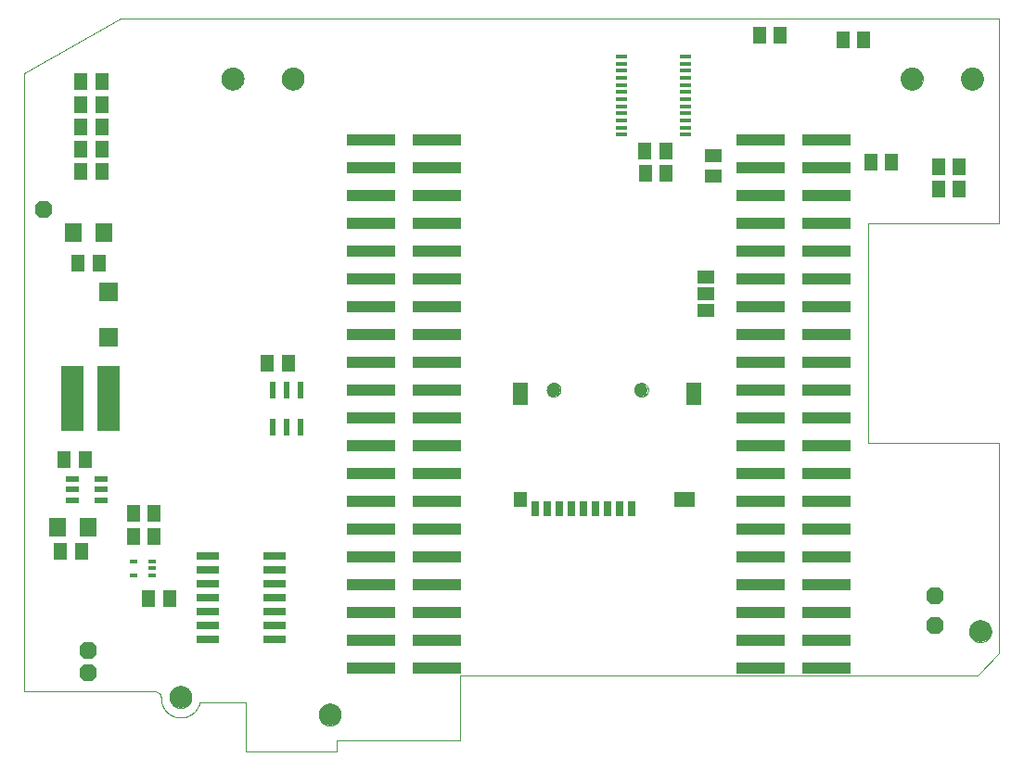
<source format=gbs>
G75*
%MOIN*%
%OFA0B0*%
%FSLAX25Y25*%
%IPPOS*%
%LPD*%
%AMOC8*
5,1,8,0,0,1.08239X$1,22.5*
%
%ADD10C,0.00000*%
%ADD11C,0.07874*%
%ADD12R,0.05118X0.05906*%
%ADD13R,0.06299X0.07087*%
%ADD14R,0.05118X0.06299*%
%ADD15R,0.17717X0.04016*%
%ADD16R,0.02756X0.05512*%
%ADD17R,0.05512X0.07874*%
%ADD18R,0.05039X0.05512*%
%ADD19R,0.07677X0.05512*%
%ADD20C,0.04921*%
%ADD21R,0.07874X0.23622*%
%ADD22R,0.06693X0.07087*%
%ADD23R,0.06300X0.04600*%
%ADD24OC8,0.06300*%
%ADD25R,0.04800X0.02200*%
%ADD26R,0.02087X0.06024*%
%ADD27R,0.02756X0.01575*%
%ADD28R,0.03900X0.01200*%
%ADD29R,0.08000X0.02600*%
%ADD30R,0.06299X0.05118*%
D10*
X0014319Y0022654D02*
X0060973Y0022654D01*
X0060973Y0022653D02*
X0061070Y0022654D01*
X0061168Y0022650D01*
X0061266Y0022643D01*
X0061363Y0022631D01*
X0061459Y0022616D01*
X0061555Y0022597D01*
X0061650Y0022574D01*
X0061744Y0022548D01*
X0061837Y0022517D01*
X0061929Y0022483D01*
X0062019Y0022446D01*
X0062108Y0022404D01*
X0062195Y0022360D01*
X0062280Y0022311D01*
X0062363Y0022260D01*
X0062444Y0022205D01*
X0062523Y0022147D01*
X0062599Y0022086D01*
X0062673Y0022022D01*
X0062744Y0021955D01*
X0062813Y0021885D01*
X0062878Y0021813D01*
X0062941Y0021738D01*
X0063001Y0021660D01*
X0063057Y0021581D01*
X0063111Y0021499D01*
X0063161Y0021415D01*
X0063207Y0021329D01*
X0063250Y0021241D01*
X0063290Y0021152D01*
X0063326Y0021061D01*
X0063358Y0020968D01*
X0063387Y0020875D01*
X0063412Y0020780D01*
X0063433Y0020685D01*
X0066484Y0020685D02*
X0066486Y0020810D01*
X0066492Y0020935D01*
X0066502Y0021059D01*
X0066516Y0021183D01*
X0066533Y0021307D01*
X0066555Y0021430D01*
X0066581Y0021552D01*
X0066610Y0021674D01*
X0066643Y0021794D01*
X0066681Y0021913D01*
X0066721Y0022032D01*
X0066766Y0022148D01*
X0066814Y0022263D01*
X0066866Y0022377D01*
X0066922Y0022489D01*
X0066981Y0022599D01*
X0067043Y0022707D01*
X0067109Y0022814D01*
X0067178Y0022918D01*
X0067251Y0023019D01*
X0067326Y0023119D01*
X0067405Y0023216D01*
X0067487Y0023310D01*
X0067572Y0023402D01*
X0067659Y0023491D01*
X0067750Y0023577D01*
X0067843Y0023660D01*
X0067939Y0023741D01*
X0068037Y0023818D01*
X0068137Y0023892D01*
X0068240Y0023963D01*
X0068345Y0024030D01*
X0068453Y0024095D01*
X0068562Y0024155D01*
X0068673Y0024213D01*
X0068786Y0024266D01*
X0068900Y0024316D01*
X0069016Y0024363D01*
X0069133Y0024405D01*
X0069252Y0024444D01*
X0069372Y0024480D01*
X0069493Y0024511D01*
X0069615Y0024539D01*
X0069737Y0024562D01*
X0069861Y0024582D01*
X0069985Y0024598D01*
X0070109Y0024610D01*
X0070234Y0024618D01*
X0070359Y0024622D01*
X0070483Y0024622D01*
X0070608Y0024618D01*
X0070733Y0024610D01*
X0070857Y0024598D01*
X0070981Y0024582D01*
X0071105Y0024562D01*
X0071227Y0024539D01*
X0071349Y0024511D01*
X0071470Y0024480D01*
X0071590Y0024444D01*
X0071709Y0024405D01*
X0071826Y0024363D01*
X0071942Y0024316D01*
X0072056Y0024266D01*
X0072169Y0024213D01*
X0072280Y0024155D01*
X0072390Y0024095D01*
X0072497Y0024030D01*
X0072602Y0023963D01*
X0072705Y0023892D01*
X0072805Y0023818D01*
X0072903Y0023741D01*
X0072999Y0023660D01*
X0073092Y0023577D01*
X0073183Y0023491D01*
X0073270Y0023402D01*
X0073355Y0023310D01*
X0073437Y0023216D01*
X0073516Y0023119D01*
X0073591Y0023019D01*
X0073664Y0022918D01*
X0073733Y0022814D01*
X0073799Y0022707D01*
X0073861Y0022599D01*
X0073920Y0022489D01*
X0073976Y0022377D01*
X0074028Y0022263D01*
X0074076Y0022148D01*
X0074121Y0022032D01*
X0074161Y0021913D01*
X0074199Y0021794D01*
X0074232Y0021674D01*
X0074261Y0021552D01*
X0074287Y0021430D01*
X0074309Y0021307D01*
X0074326Y0021183D01*
X0074340Y0021059D01*
X0074350Y0020935D01*
X0074356Y0020810D01*
X0074358Y0020685D01*
X0074356Y0020560D01*
X0074350Y0020435D01*
X0074340Y0020311D01*
X0074326Y0020187D01*
X0074309Y0020063D01*
X0074287Y0019940D01*
X0074261Y0019818D01*
X0074232Y0019696D01*
X0074199Y0019576D01*
X0074161Y0019457D01*
X0074121Y0019338D01*
X0074076Y0019222D01*
X0074028Y0019107D01*
X0073976Y0018993D01*
X0073920Y0018881D01*
X0073861Y0018771D01*
X0073799Y0018663D01*
X0073733Y0018556D01*
X0073664Y0018452D01*
X0073591Y0018351D01*
X0073516Y0018251D01*
X0073437Y0018154D01*
X0073355Y0018060D01*
X0073270Y0017968D01*
X0073183Y0017879D01*
X0073092Y0017793D01*
X0072999Y0017710D01*
X0072903Y0017629D01*
X0072805Y0017552D01*
X0072705Y0017478D01*
X0072602Y0017407D01*
X0072497Y0017340D01*
X0072389Y0017275D01*
X0072280Y0017215D01*
X0072169Y0017157D01*
X0072056Y0017104D01*
X0071942Y0017054D01*
X0071826Y0017007D01*
X0071709Y0016965D01*
X0071590Y0016926D01*
X0071470Y0016890D01*
X0071349Y0016859D01*
X0071227Y0016831D01*
X0071105Y0016808D01*
X0070981Y0016788D01*
X0070857Y0016772D01*
X0070733Y0016760D01*
X0070608Y0016752D01*
X0070483Y0016748D01*
X0070359Y0016748D01*
X0070234Y0016752D01*
X0070109Y0016760D01*
X0069985Y0016772D01*
X0069861Y0016788D01*
X0069737Y0016808D01*
X0069615Y0016831D01*
X0069493Y0016859D01*
X0069372Y0016890D01*
X0069252Y0016926D01*
X0069133Y0016965D01*
X0069016Y0017007D01*
X0068900Y0017054D01*
X0068786Y0017104D01*
X0068673Y0017157D01*
X0068562Y0017215D01*
X0068452Y0017275D01*
X0068345Y0017340D01*
X0068240Y0017407D01*
X0068137Y0017478D01*
X0068037Y0017552D01*
X0067939Y0017629D01*
X0067843Y0017710D01*
X0067750Y0017793D01*
X0067659Y0017879D01*
X0067572Y0017968D01*
X0067487Y0018060D01*
X0067405Y0018154D01*
X0067326Y0018251D01*
X0067251Y0018351D01*
X0067178Y0018452D01*
X0067109Y0018556D01*
X0067043Y0018663D01*
X0066981Y0018771D01*
X0066922Y0018881D01*
X0066866Y0018993D01*
X0066814Y0019107D01*
X0066766Y0019222D01*
X0066721Y0019338D01*
X0066681Y0019457D01*
X0066643Y0019576D01*
X0066610Y0019696D01*
X0066581Y0019818D01*
X0066555Y0019940D01*
X0066533Y0020063D01*
X0066516Y0020187D01*
X0066502Y0020311D01*
X0066492Y0020435D01*
X0066486Y0020560D01*
X0066484Y0020685D01*
X0063433Y0020685D02*
X0063426Y0020513D01*
X0063423Y0020340D01*
X0063424Y0020168D01*
X0063430Y0019995D01*
X0063440Y0019823D01*
X0063454Y0019651D01*
X0063472Y0019480D01*
X0063494Y0019309D01*
X0063521Y0019138D01*
X0063552Y0018969D01*
X0063587Y0018800D01*
X0063626Y0018632D01*
X0063669Y0018465D01*
X0063716Y0018299D01*
X0063767Y0018134D01*
X0063823Y0017971D01*
X0063882Y0017809D01*
X0063945Y0017648D01*
X0064012Y0017489D01*
X0064083Y0017332D01*
X0064158Y0017177D01*
X0064237Y0017023D01*
X0064319Y0016872D01*
X0064406Y0016722D01*
X0064495Y0016575D01*
X0064589Y0016430D01*
X0064685Y0016287D01*
X0064786Y0016147D01*
X0064890Y0016009D01*
X0064997Y0015874D01*
X0065107Y0015741D01*
X0065221Y0015611D01*
X0065337Y0015484D01*
X0065457Y0015360D01*
X0065580Y0015239D01*
X0065706Y0015121D01*
X0065834Y0015006D01*
X0065966Y0014894D01*
X0066100Y0014786D01*
X0066237Y0014680D01*
X0066376Y0014579D01*
X0066517Y0014480D01*
X0066662Y0014385D01*
X0066808Y0014294D01*
X0066956Y0014206D01*
X0067107Y0014122D01*
X0067260Y0014042D01*
X0067414Y0013965D01*
X0067571Y0013893D01*
X0067729Y0013824D01*
X0067889Y0013759D01*
X0068050Y0013698D01*
X0068213Y0013641D01*
X0068377Y0013588D01*
X0068542Y0013539D01*
X0068709Y0013494D01*
X0068877Y0013453D01*
X0069045Y0013416D01*
X0069215Y0013384D01*
X0069385Y0013355D01*
X0069555Y0013331D01*
X0069727Y0013311D01*
X0069899Y0013295D01*
X0070071Y0013284D01*
X0070243Y0013276D01*
X0070416Y0013273D01*
X0070588Y0013274D01*
X0070760Y0013280D01*
X0070933Y0013289D01*
X0071105Y0013303D01*
X0071276Y0013321D01*
X0071447Y0013343D01*
X0071618Y0013369D01*
X0071788Y0013400D01*
X0071957Y0013434D01*
X0072125Y0013473D01*
X0072292Y0013516D01*
X0072458Y0013563D01*
X0072622Y0013614D01*
X0072786Y0013669D01*
X0072948Y0013728D01*
X0073109Y0013791D01*
X0073268Y0013858D01*
X0073425Y0013929D01*
X0073580Y0014004D01*
X0073734Y0014082D01*
X0073886Y0014164D01*
X0074035Y0014250D01*
X0074183Y0014340D01*
X0074328Y0014433D01*
X0074471Y0014530D01*
X0074611Y0014630D01*
X0074749Y0014733D01*
X0074885Y0014840D01*
X0075017Y0014950D01*
X0075147Y0015064D01*
X0075274Y0015180D01*
X0075399Y0015300D01*
X0075520Y0015423D01*
X0075638Y0015548D01*
X0075753Y0015677D01*
X0075865Y0015808D01*
X0075974Y0015942D01*
X0076080Y0016078D01*
X0076182Y0016218D01*
X0076280Y0016359D01*
X0076375Y0016503D01*
X0076467Y0016649D01*
X0076555Y0016798D01*
X0076639Y0016948D01*
X0076719Y0017101D01*
X0076796Y0017255D01*
X0076869Y0017412D01*
X0076938Y0017570D01*
X0077003Y0017729D01*
X0077065Y0017891D01*
X0077122Y0018053D01*
X0077175Y0018217D01*
X0077224Y0018383D01*
X0077270Y0018549D01*
X0077311Y0018717D01*
X0094043Y0018717D01*
X0094043Y0001000D01*
X0126524Y0001000D01*
X0126524Y0004937D01*
X0171012Y0004937D01*
X0171012Y0028559D01*
X0356839Y0028559D01*
X0364713Y0036433D01*
X0364713Y0112220D01*
X0317469Y0112220D01*
X0317469Y0190961D01*
X0364713Y0190961D01*
X0364713Y0264780D01*
X0048768Y0264780D01*
X0014319Y0245094D01*
X0014319Y0022654D01*
X0120126Y0014346D02*
X0120128Y0014471D01*
X0120134Y0014596D01*
X0120144Y0014720D01*
X0120158Y0014844D01*
X0120175Y0014968D01*
X0120197Y0015091D01*
X0120223Y0015213D01*
X0120252Y0015335D01*
X0120285Y0015455D01*
X0120323Y0015574D01*
X0120363Y0015693D01*
X0120408Y0015809D01*
X0120456Y0015924D01*
X0120508Y0016038D01*
X0120564Y0016150D01*
X0120623Y0016260D01*
X0120685Y0016368D01*
X0120751Y0016475D01*
X0120820Y0016579D01*
X0120893Y0016680D01*
X0120968Y0016780D01*
X0121047Y0016877D01*
X0121129Y0016971D01*
X0121214Y0017063D01*
X0121301Y0017152D01*
X0121392Y0017238D01*
X0121485Y0017321D01*
X0121581Y0017402D01*
X0121679Y0017479D01*
X0121779Y0017553D01*
X0121882Y0017624D01*
X0121987Y0017691D01*
X0122095Y0017756D01*
X0122204Y0017816D01*
X0122315Y0017874D01*
X0122428Y0017927D01*
X0122542Y0017977D01*
X0122658Y0018024D01*
X0122775Y0018066D01*
X0122894Y0018105D01*
X0123014Y0018141D01*
X0123135Y0018172D01*
X0123257Y0018200D01*
X0123379Y0018223D01*
X0123503Y0018243D01*
X0123627Y0018259D01*
X0123751Y0018271D01*
X0123876Y0018279D01*
X0124001Y0018283D01*
X0124125Y0018283D01*
X0124250Y0018279D01*
X0124375Y0018271D01*
X0124499Y0018259D01*
X0124623Y0018243D01*
X0124747Y0018223D01*
X0124869Y0018200D01*
X0124991Y0018172D01*
X0125112Y0018141D01*
X0125232Y0018105D01*
X0125351Y0018066D01*
X0125468Y0018024D01*
X0125584Y0017977D01*
X0125698Y0017927D01*
X0125811Y0017874D01*
X0125922Y0017816D01*
X0126032Y0017756D01*
X0126139Y0017691D01*
X0126244Y0017624D01*
X0126347Y0017553D01*
X0126447Y0017479D01*
X0126545Y0017402D01*
X0126641Y0017321D01*
X0126734Y0017238D01*
X0126825Y0017152D01*
X0126912Y0017063D01*
X0126997Y0016971D01*
X0127079Y0016877D01*
X0127158Y0016780D01*
X0127233Y0016680D01*
X0127306Y0016579D01*
X0127375Y0016475D01*
X0127441Y0016368D01*
X0127503Y0016260D01*
X0127562Y0016150D01*
X0127618Y0016038D01*
X0127670Y0015924D01*
X0127718Y0015809D01*
X0127763Y0015693D01*
X0127803Y0015574D01*
X0127841Y0015455D01*
X0127874Y0015335D01*
X0127903Y0015213D01*
X0127929Y0015091D01*
X0127951Y0014968D01*
X0127968Y0014844D01*
X0127982Y0014720D01*
X0127992Y0014596D01*
X0127998Y0014471D01*
X0128000Y0014346D01*
X0127998Y0014221D01*
X0127992Y0014096D01*
X0127982Y0013972D01*
X0127968Y0013848D01*
X0127951Y0013724D01*
X0127929Y0013601D01*
X0127903Y0013479D01*
X0127874Y0013357D01*
X0127841Y0013237D01*
X0127803Y0013118D01*
X0127763Y0012999D01*
X0127718Y0012883D01*
X0127670Y0012768D01*
X0127618Y0012654D01*
X0127562Y0012542D01*
X0127503Y0012432D01*
X0127441Y0012324D01*
X0127375Y0012217D01*
X0127306Y0012113D01*
X0127233Y0012012D01*
X0127158Y0011912D01*
X0127079Y0011815D01*
X0126997Y0011721D01*
X0126912Y0011629D01*
X0126825Y0011540D01*
X0126734Y0011454D01*
X0126641Y0011371D01*
X0126545Y0011290D01*
X0126447Y0011213D01*
X0126347Y0011139D01*
X0126244Y0011068D01*
X0126139Y0011001D01*
X0126031Y0010936D01*
X0125922Y0010876D01*
X0125811Y0010818D01*
X0125698Y0010765D01*
X0125584Y0010715D01*
X0125468Y0010668D01*
X0125351Y0010626D01*
X0125232Y0010587D01*
X0125112Y0010551D01*
X0124991Y0010520D01*
X0124869Y0010492D01*
X0124747Y0010469D01*
X0124623Y0010449D01*
X0124499Y0010433D01*
X0124375Y0010421D01*
X0124250Y0010413D01*
X0124125Y0010409D01*
X0124001Y0010409D01*
X0123876Y0010413D01*
X0123751Y0010421D01*
X0123627Y0010433D01*
X0123503Y0010449D01*
X0123379Y0010469D01*
X0123257Y0010492D01*
X0123135Y0010520D01*
X0123014Y0010551D01*
X0122894Y0010587D01*
X0122775Y0010626D01*
X0122658Y0010668D01*
X0122542Y0010715D01*
X0122428Y0010765D01*
X0122315Y0010818D01*
X0122204Y0010876D01*
X0122094Y0010936D01*
X0121987Y0011001D01*
X0121882Y0011068D01*
X0121779Y0011139D01*
X0121679Y0011213D01*
X0121581Y0011290D01*
X0121485Y0011371D01*
X0121392Y0011454D01*
X0121301Y0011540D01*
X0121214Y0011629D01*
X0121129Y0011721D01*
X0121047Y0011815D01*
X0120968Y0011912D01*
X0120893Y0012012D01*
X0120820Y0012113D01*
X0120751Y0012217D01*
X0120685Y0012324D01*
X0120623Y0012432D01*
X0120564Y0012542D01*
X0120508Y0012654D01*
X0120456Y0012768D01*
X0120408Y0012883D01*
X0120363Y0012999D01*
X0120323Y0013118D01*
X0120285Y0013237D01*
X0120252Y0013357D01*
X0120223Y0013479D01*
X0120197Y0013601D01*
X0120175Y0013724D01*
X0120158Y0013848D01*
X0120144Y0013972D01*
X0120134Y0014096D01*
X0120128Y0014221D01*
X0120126Y0014346D01*
X0202055Y0131189D02*
X0202057Y0131288D01*
X0202063Y0131387D01*
X0202073Y0131486D01*
X0202087Y0131584D01*
X0202105Y0131681D01*
X0202127Y0131778D01*
X0202152Y0131874D01*
X0202182Y0131968D01*
X0202215Y0132062D01*
X0202252Y0132154D01*
X0202293Y0132244D01*
X0202337Y0132333D01*
X0202385Y0132419D01*
X0202436Y0132504D01*
X0202491Y0132587D01*
X0202549Y0132667D01*
X0202610Y0132745D01*
X0202674Y0132821D01*
X0202741Y0132894D01*
X0202811Y0132964D01*
X0202884Y0133031D01*
X0202960Y0133095D01*
X0203038Y0133156D01*
X0203118Y0133214D01*
X0203201Y0133269D01*
X0203285Y0133320D01*
X0203372Y0133368D01*
X0203461Y0133412D01*
X0203551Y0133453D01*
X0203643Y0133490D01*
X0203737Y0133523D01*
X0203831Y0133553D01*
X0203927Y0133578D01*
X0204024Y0133600D01*
X0204121Y0133618D01*
X0204219Y0133632D01*
X0204318Y0133642D01*
X0204417Y0133648D01*
X0204516Y0133650D01*
X0204615Y0133648D01*
X0204714Y0133642D01*
X0204813Y0133632D01*
X0204911Y0133618D01*
X0205008Y0133600D01*
X0205105Y0133578D01*
X0205201Y0133553D01*
X0205295Y0133523D01*
X0205389Y0133490D01*
X0205481Y0133453D01*
X0205571Y0133412D01*
X0205660Y0133368D01*
X0205746Y0133320D01*
X0205831Y0133269D01*
X0205914Y0133214D01*
X0205994Y0133156D01*
X0206072Y0133095D01*
X0206148Y0133031D01*
X0206221Y0132964D01*
X0206291Y0132894D01*
X0206358Y0132821D01*
X0206422Y0132745D01*
X0206483Y0132667D01*
X0206541Y0132587D01*
X0206596Y0132504D01*
X0206647Y0132420D01*
X0206695Y0132333D01*
X0206739Y0132244D01*
X0206780Y0132154D01*
X0206817Y0132062D01*
X0206850Y0131968D01*
X0206880Y0131874D01*
X0206905Y0131778D01*
X0206927Y0131681D01*
X0206945Y0131584D01*
X0206959Y0131486D01*
X0206969Y0131387D01*
X0206975Y0131288D01*
X0206977Y0131189D01*
X0206975Y0131090D01*
X0206969Y0130991D01*
X0206959Y0130892D01*
X0206945Y0130794D01*
X0206927Y0130697D01*
X0206905Y0130600D01*
X0206880Y0130504D01*
X0206850Y0130410D01*
X0206817Y0130316D01*
X0206780Y0130224D01*
X0206739Y0130134D01*
X0206695Y0130045D01*
X0206647Y0129959D01*
X0206596Y0129874D01*
X0206541Y0129791D01*
X0206483Y0129711D01*
X0206422Y0129633D01*
X0206358Y0129557D01*
X0206291Y0129484D01*
X0206221Y0129414D01*
X0206148Y0129347D01*
X0206072Y0129283D01*
X0205994Y0129222D01*
X0205914Y0129164D01*
X0205831Y0129109D01*
X0205747Y0129058D01*
X0205660Y0129010D01*
X0205571Y0128966D01*
X0205481Y0128925D01*
X0205389Y0128888D01*
X0205295Y0128855D01*
X0205201Y0128825D01*
X0205105Y0128800D01*
X0205008Y0128778D01*
X0204911Y0128760D01*
X0204813Y0128746D01*
X0204714Y0128736D01*
X0204615Y0128730D01*
X0204516Y0128728D01*
X0204417Y0128730D01*
X0204318Y0128736D01*
X0204219Y0128746D01*
X0204121Y0128760D01*
X0204024Y0128778D01*
X0203927Y0128800D01*
X0203831Y0128825D01*
X0203737Y0128855D01*
X0203643Y0128888D01*
X0203551Y0128925D01*
X0203461Y0128966D01*
X0203372Y0129010D01*
X0203286Y0129058D01*
X0203201Y0129109D01*
X0203118Y0129164D01*
X0203038Y0129222D01*
X0202960Y0129283D01*
X0202884Y0129347D01*
X0202811Y0129414D01*
X0202741Y0129484D01*
X0202674Y0129557D01*
X0202610Y0129633D01*
X0202549Y0129711D01*
X0202491Y0129791D01*
X0202436Y0129874D01*
X0202385Y0129958D01*
X0202337Y0130045D01*
X0202293Y0130134D01*
X0202252Y0130224D01*
X0202215Y0130316D01*
X0202182Y0130410D01*
X0202152Y0130504D01*
X0202127Y0130600D01*
X0202105Y0130697D01*
X0202087Y0130794D01*
X0202073Y0130892D01*
X0202063Y0130991D01*
X0202057Y0131090D01*
X0202055Y0131189D01*
X0233551Y0131189D02*
X0233553Y0131288D01*
X0233559Y0131387D01*
X0233569Y0131486D01*
X0233583Y0131584D01*
X0233601Y0131681D01*
X0233623Y0131778D01*
X0233648Y0131874D01*
X0233678Y0131968D01*
X0233711Y0132062D01*
X0233748Y0132154D01*
X0233789Y0132244D01*
X0233833Y0132333D01*
X0233881Y0132419D01*
X0233932Y0132504D01*
X0233987Y0132587D01*
X0234045Y0132667D01*
X0234106Y0132745D01*
X0234170Y0132821D01*
X0234237Y0132894D01*
X0234307Y0132964D01*
X0234380Y0133031D01*
X0234456Y0133095D01*
X0234534Y0133156D01*
X0234614Y0133214D01*
X0234697Y0133269D01*
X0234781Y0133320D01*
X0234868Y0133368D01*
X0234957Y0133412D01*
X0235047Y0133453D01*
X0235139Y0133490D01*
X0235233Y0133523D01*
X0235327Y0133553D01*
X0235423Y0133578D01*
X0235520Y0133600D01*
X0235617Y0133618D01*
X0235715Y0133632D01*
X0235814Y0133642D01*
X0235913Y0133648D01*
X0236012Y0133650D01*
X0236111Y0133648D01*
X0236210Y0133642D01*
X0236309Y0133632D01*
X0236407Y0133618D01*
X0236504Y0133600D01*
X0236601Y0133578D01*
X0236697Y0133553D01*
X0236791Y0133523D01*
X0236885Y0133490D01*
X0236977Y0133453D01*
X0237067Y0133412D01*
X0237156Y0133368D01*
X0237242Y0133320D01*
X0237327Y0133269D01*
X0237410Y0133214D01*
X0237490Y0133156D01*
X0237568Y0133095D01*
X0237644Y0133031D01*
X0237717Y0132964D01*
X0237787Y0132894D01*
X0237854Y0132821D01*
X0237918Y0132745D01*
X0237979Y0132667D01*
X0238037Y0132587D01*
X0238092Y0132504D01*
X0238143Y0132420D01*
X0238191Y0132333D01*
X0238235Y0132244D01*
X0238276Y0132154D01*
X0238313Y0132062D01*
X0238346Y0131968D01*
X0238376Y0131874D01*
X0238401Y0131778D01*
X0238423Y0131681D01*
X0238441Y0131584D01*
X0238455Y0131486D01*
X0238465Y0131387D01*
X0238471Y0131288D01*
X0238473Y0131189D01*
X0238471Y0131090D01*
X0238465Y0130991D01*
X0238455Y0130892D01*
X0238441Y0130794D01*
X0238423Y0130697D01*
X0238401Y0130600D01*
X0238376Y0130504D01*
X0238346Y0130410D01*
X0238313Y0130316D01*
X0238276Y0130224D01*
X0238235Y0130134D01*
X0238191Y0130045D01*
X0238143Y0129959D01*
X0238092Y0129874D01*
X0238037Y0129791D01*
X0237979Y0129711D01*
X0237918Y0129633D01*
X0237854Y0129557D01*
X0237787Y0129484D01*
X0237717Y0129414D01*
X0237644Y0129347D01*
X0237568Y0129283D01*
X0237490Y0129222D01*
X0237410Y0129164D01*
X0237327Y0129109D01*
X0237243Y0129058D01*
X0237156Y0129010D01*
X0237067Y0128966D01*
X0236977Y0128925D01*
X0236885Y0128888D01*
X0236791Y0128855D01*
X0236697Y0128825D01*
X0236601Y0128800D01*
X0236504Y0128778D01*
X0236407Y0128760D01*
X0236309Y0128746D01*
X0236210Y0128736D01*
X0236111Y0128730D01*
X0236012Y0128728D01*
X0235913Y0128730D01*
X0235814Y0128736D01*
X0235715Y0128746D01*
X0235617Y0128760D01*
X0235520Y0128778D01*
X0235423Y0128800D01*
X0235327Y0128825D01*
X0235233Y0128855D01*
X0235139Y0128888D01*
X0235047Y0128925D01*
X0234957Y0128966D01*
X0234868Y0129010D01*
X0234782Y0129058D01*
X0234697Y0129109D01*
X0234614Y0129164D01*
X0234534Y0129222D01*
X0234456Y0129283D01*
X0234380Y0129347D01*
X0234307Y0129414D01*
X0234237Y0129484D01*
X0234170Y0129557D01*
X0234106Y0129633D01*
X0234045Y0129711D01*
X0233987Y0129791D01*
X0233932Y0129874D01*
X0233881Y0129958D01*
X0233833Y0130045D01*
X0233789Y0130134D01*
X0233748Y0130224D01*
X0233711Y0130316D01*
X0233678Y0130410D01*
X0233648Y0130504D01*
X0233623Y0130600D01*
X0233601Y0130697D01*
X0233583Y0130794D01*
X0233569Y0130892D01*
X0233559Y0130991D01*
X0233553Y0131090D01*
X0233551Y0131189D01*
X0353886Y0044307D02*
X0353888Y0044432D01*
X0353894Y0044557D01*
X0353904Y0044681D01*
X0353918Y0044805D01*
X0353935Y0044929D01*
X0353957Y0045052D01*
X0353983Y0045174D01*
X0354012Y0045296D01*
X0354045Y0045416D01*
X0354083Y0045535D01*
X0354123Y0045654D01*
X0354168Y0045770D01*
X0354216Y0045885D01*
X0354268Y0045999D01*
X0354324Y0046111D01*
X0354383Y0046221D01*
X0354445Y0046329D01*
X0354511Y0046436D01*
X0354580Y0046540D01*
X0354653Y0046641D01*
X0354728Y0046741D01*
X0354807Y0046838D01*
X0354889Y0046932D01*
X0354974Y0047024D01*
X0355061Y0047113D01*
X0355152Y0047199D01*
X0355245Y0047282D01*
X0355341Y0047363D01*
X0355439Y0047440D01*
X0355539Y0047514D01*
X0355642Y0047585D01*
X0355747Y0047652D01*
X0355855Y0047717D01*
X0355964Y0047777D01*
X0356075Y0047835D01*
X0356188Y0047888D01*
X0356302Y0047938D01*
X0356418Y0047985D01*
X0356535Y0048027D01*
X0356654Y0048066D01*
X0356774Y0048102D01*
X0356895Y0048133D01*
X0357017Y0048161D01*
X0357139Y0048184D01*
X0357263Y0048204D01*
X0357387Y0048220D01*
X0357511Y0048232D01*
X0357636Y0048240D01*
X0357761Y0048244D01*
X0357885Y0048244D01*
X0358010Y0048240D01*
X0358135Y0048232D01*
X0358259Y0048220D01*
X0358383Y0048204D01*
X0358507Y0048184D01*
X0358629Y0048161D01*
X0358751Y0048133D01*
X0358872Y0048102D01*
X0358992Y0048066D01*
X0359111Y0048027D01*
X0359228Y0047985D01*
X0359344Y0047938D01*
X0359458Y0047888D01*
X0359571Y0047835D01*
X0359682Y0047777D01*
X0359792Y0047717D01*
X0359899Y0047652D01*
X0360004Y0047585D01*
X0360107Y0047514D01*
X0360207Y0047440D01*
X0360305Y0047363D01*
X0360401Y0047282D01*
X0360494Y0047199D01*
X0360585Y0047113D01*
X0360672Y0047024D01*
X0360757Y0046932D01*
X0360839Y0046838D01*
X0360918Y0046741D01*
X0360993Y0046641D01*
X0361066Y0046540D01*
X0361135Y0046436D01*
X0361201Y0046329D01*
X0361263Y0046221D01*
X0361322Y0046111D01*
X0361378Y0045999D01*
X0361430Y0045885D01*
X0361478Y0045770D01*
X0361523Y0045654D01*
X0361563Y0045535D01*
X0361601Y0045416D01*
X0361634Y0045296D01*
X0361663Y0045174D01*
X0361689Y0045052D01*
X0361711Y0044929D01*
X0361728Y0044805D01*
X0361742Y0044681D01*
X0361752Y0044557D01*
X0361758Y0044432D01*
X0361760Y0044307D01*
X0361758Y0044182D01*
X0361752Y0044057D01*
X0361742Y0043933D01*
X0361728Y0043809D01*
X0361711Y0043685D01*
X0361689Y0043562D01*
X0361663Y0043440D01*
X0361634Y0043318D01*
X0361601Y0043198D01*
X0361563Y0043079D01*
X0361523Y0042960D01*
X0361478Y0042844D01*
X0361430Y0042729D01*
X0361378Y0042615D01*
X0361322Y0042503D01*
X0361263Y0042393D01*
X0361201Y0042285D01*
X0361135Y0042178D01*
X0361066Y0042074D01*
X0360993Y0041973D01*
X0360918Y0041873D01*
X0360839Y0041776D01*
X0360757Y0041682D01*
X0360672Y0041590D01*
X0360585Y0041501D01*
X0360494Y0041415D01*
X0360401Y0041332D01*
X0360305Y0041251D01*
X0360207Y0041174D01*
X0360107Y0041100D01*
X0360004Y0041029D01*
X0359899Y0040962D01*
X0359791Y0040897D01*
X0359682Y0040837D01*
X0359571Y0040779D01*
X0359458Y0040726D01*
X0359344Y0040676D01*
X0359228Y0040629D01*
X0359111Y0040587D01*
X0358992Y0040548D01*
X0358872Y0040512D01*
X0358751Y0040481D01*
X0358629Y0040453D01*
X0358507Y0040430D01*
X0358383Y0040410D01*
X0358259Y0040394D01*
X0358135Y0040382D01*
X0358010Y0040374D01*
X0357885Y0040370D01*
X0357761Y0040370D01*
X0357636Y0040374D01*
X0357511Y0040382D01*
X0357387Y0040394D01*
X0357263Y0040410D01*
X0357139Y0040430D01*
X0357017Y0040453D01*
X0356895Y0040481D01*
X0356774Y0040512D01*
X0356654Y0040548D01*
X0356535Y0040587D01*
X0356418Y0040629D01*
X0356302Y0040676D01*
X0356188Y0040726D01*
X0356075Y0040779D01*
X0355964Y0040837D01*
X0355854Y0040897D01*
X0355747Y0040962D01*
X0355642Y0041029D01*
X0355539Y0041100D01*
X0355439Y0041174D01*
X0355341Y0041251D01*
X0355245Y0041332D01*
X0355152Y0041415D01*
X0355061Y0041501D01*
X0354974Y0041590D01*
X0354889Y0041682D01*
X0354807Y0041776D01*
X0354728Y0041873D01*
X0354653Y0041973D01*
X0354580Y0042074D01*
X0354511Y0042178D01*
X0354445Y0042285D01*
X0354383Y0042393D01*
X0354324Y0042503D01*
X0354268Y0042615D01*
X0354216Y0042729D01*
X0354168Y0042844D01*
X0354123Y0042960D01*
X0354083Y0043079D01*
X0354045Y0043198D01*
X0354012Y0043318D01*
X0353983Y0043440D01*
X0353957Y0043562D01*
X0353935Y0043685D01*
X0353918Y0043809D01*
X0353904Y0043933D01*
X0353894Y0044057D01*
X0353888Y0044182D01*
X0353886Y0044307D01*
X0350933Y0243126D02*
X0350935Y0243251D01*
X0350941Y0243376D01*
X0350951Y0243500D01*
X0350965Y0243624D01*
X0350982Y0243748D01*
X0351004Y0243871D01*
X0351030Y0243993D01*
X0351059Y0244115D01*
X0351092Y0244235D01*
X0351130Y0244354D01*
X0351170Y0244473D01*
X0351215Y0244589D01*
X0351263Y0244704D01*
X0351315Y0244818D01*
X0351371Y0244930D01*
X0351430Y0245040D01*
X0351492Y0245148D01*
X0351558Y0245255D01*
X0351627Y0245359D01*
X0351700Y0245460D01*
X0351775Y0245560D01*
X0351854Y0245657D01*
X0351936Y0245751D01*
X0352021Y0245843D01*
X0352108Y0245932D01*
X0352199Y0246018D01*
X0352292Y0246101D01*
X0352388Y0246182D01*
X0352486Y0246259D01*
X0352586Y0246333D01*
X0352689Y0246404D01*
X0352794Y0246471D01*
X0352902Y0246536D01*
X0353011Y0246596D01*
X0353122Y0246654D01*
X0353235Y0246707D01*
X0353349Y0246757D01*
X0353465Y0246804D01*
X0353582Y0246846D01*
X0353701Y0246885D01*
X0353821Y0246921D01*
X0353942Y0246952D01*
X0354064Y0246980D01*
X0354186Y0247003D01*
X0354310Y0247023D01*
X0354434Y0247039D01*
X0354558Y0247051D01*
X0354683Y0247059D01*
X0354808Y0247063D01*
X0354932Y0247063D01*
X0355057Y0247059D01*
X0355182Y0247051D01*
X0355306Y0247039D01*
X0355430Y0247023D01*
X0355554Y0247003D01*
X0355676Y0246980D01*
X0355798Y0246952D01*
X0355919Y0246921D01*
X0356039Y0246885D01*
X0356158Y0246846D01*
X0356275Y0246804D01*
X0356391Y0246757D01*
X0356505Y0246707D01*
X0356618Y0246654D01*
X0356729Y0246596D01*
X0356839Y0246536D01*
X0356946Y0246471D01*
X0357051Y0246404D01*
X0357154Y0246333D01*
X0357254Y0246259D01*
X0357352Y0246182D01*
X0357448Y0246101D01*
X0357541Y0246018D01*
X0357632Y0245932D01*
X0357719Y0245843D01*
X0357804Y0245751D01*
X0357886Y0245657D01*
X0357965Y0245560D01*
X0358040Y0245460D01*
X0358113Y0245359D01*
X0358182Y0245255D01*
X0358248Y0245148D01*
X0358310Y0245040D01*
X0358369Y0244930D01*
X0358425Y0244818D01*
X0358477Y0244704D01*
X0358525Y0244589D01*
X0358570Y0244473D01*
X0358610Y0244354D01*
X0358648Y0244235D01*
X0358681Y0244115D01*
X0358710Y0243993D01*
X0358736Y0243871D01*
X0358758Y0243748D01*
X0358775Y0243624D01*
X0358789Y0243500D01*
X0358799Y0243376D01*
X0358805Y0243251D01*
X0358807Y0243126D01*
X0358805Y0243001D01*
X0358799Y0242876D01*
X0358789Y0242752D01*
X0358775Y0242628D01*
X0358758Y0242504D01*
X0358736Y0242381D01*
X0358710Y0242259D01*
X0358681Y0242137D01*
X0358648Y0242017D01*
X0358610Y0241898D01*
X0358570Y0241779D01*
X0358525Y0241663D01*
X0358477Y0241548D01*
X0358425Y0241434D01*
X0358369Y0241322D01*
X0358310Y0241212D01*
X0358248Y0241104D01*
X0358182Y0240997D01*
X0358113Y0240893D01*
X0358040Y0240792D01*
X0357965Y0240692D01*
X0357886Y0240595D01*
X0357804Y0240501D01*
X0357719Y0240409D01*
X0357632Y0240320D01*
X0357541Y0240234D01*
X0357448Y0240151D01*
X0357352Y0240070D01*
X0357254Y0239993D01*
X0357154Y0239919D01*
X0357051Y0239848D01*
X0356946Y0239781D01*
X0356838Y0239716D01*
X0356729Y0239656D01*
X0356618Y0239598D01*
X0356505Y0239545D01*
X0356391Y0239495D01*
X0356275Y0239448D01*
X0356158Y0239406D01*
X0356039Y0239367D01*
X0355919Y0239331D01*
X0355798Y0239300D01*
X0355676Y0239272D01*
X0355554Y0239249D01*
X0355430Y0239229D01*
X0355306Y0239213D01*
X0355182Y0239201D01*
X0355057Y0239193D01*
X0354932Y0239189D01*
X0354808Y0239189D01*
X0354683Y0239193D01*
X0354558Y0239201D01*
X0354434Y0239213D01*
X0354310Y0239229D01*
X0354186Y0239249D01*
X0354064Y0239272D01*
X0353942Y0239300D01*
X0353821Y0239331D01*
X0353701Y0239367D01*
X0353582Y0239406D01*
X0353465Y0239448D01*
X0353349Y0239495D01*
X0353235Y0239545D01*
X0353122Y0239598D01*
X0353011Y0239656D01*
X0352901Y0239716D01*
X0352794Y0239781D01*
X0352689Y0239848D01*
X0352586Y0239919D01*
X0352486Y0239993D01*
X0352388Y0240070D01*
X0352292Y0240151D01*
X0352199Y0240234D01*
X0352108Y0240320D01*
X0352021Y0240409D01*
X0351936Y0240501D01*
X0351854Y0240595D01*
X0351775Y0240692D01*
X0351700Y0240792D01*
X0351627Y0240893D01*
X0351558Y0240997D01*
X0351492Y0241104D01*
X0351430Y0241212D01*
X0351371Y0241322D01*
X0351315Y0241434D01*
X0351263Y0241548D01*
X0351215Y0241663D01*
X0351170Y0241779D01*
X0351130Y0241898D01*
X0351092Y0242017D01*
X0351059Y0242137D01*
X0351030Y0242259D01*
X0351004Y0242381D01*
X0350982Y0242504D01*
X0350965Y0242628D01*
X0350951Y0242752D01*
X0350941Y0242876D01*
X0350935Y0243001D01*
X0350933Y0243126D01*
X0329280Y0243126D02*
X0329282Y0243251D01*
X0329288Y0243376D01*
X0329298Y0243500D01*
X0329312Y0243624D01*
X0329329Y0243748D01*
X0329351Y0243871D01*
X0329377Y0243993D01*
X0329406Y0244115D01*
X0329439Y0244235D01*
X0329477Y0244354D01*
X0329517Y0244473D01*
X0329562Y0244589D01*
X0329610Y0244704D01*
X0329662Y0244818D01*
X0329718Y0244930D01*
X0329777Y0245040D01*
X0329839Y0245148D01*
X0329905Y0245255D01*
X0329974Y0245359D01*
X0330047Y0245460D01*
X0330122Y0245560D01*
X0330201Y0245657D01*
X0330283Y0245751D01*
X0330368Y0245843D01*
X0330455Y0245932D01*
X0330546Y0246018D01*
X0330639Y0246101D01*
X0330735Y0246182D01*
X0330833Y0246259D01*
X0330933Y0246333D01*
X0331036Y0246404D01*
X0331141Y0246471D01*
X0331249Y0246536D01*
X0331358Y0246596D01*
X0331469Y0246654D01*
X0331582Y0246707D01*
X0331696Y0246757D01*
X0331812Y0246804D01*
X0331929Y0246846D01*
X0332048Y0246885D01*
X0332168Y0246921D01*
X0332289Y0246952D01*
X0332411Y0246980D01*
X0332533Y0247003D01*
X0332657Y0247023D01*
X0332781Y0247039D01*
X0332905Y0247051D01*
X0333030Y0247059D01*
X0333155Y0247063D01*
X0333279Y0247063D01*
X0333404Y0247059D01*
X0333529Y0247051D01*
X0333653Y0247039D01*
X0333777Y0247023D01*
X0333901Y0247003D01*
X0334023Y0246980D01*
X0334145Y0246952D01*
X0334266Y0246921D01*
X0334386Y0246885D01*
X0334505Y0246846D01*
X0334622Y0246804D01*
X0334738Y0246757D01*
X0334852Y0246707D01*
X0334965Y0246654D01*
X0335076Y0246596D01*
X0335186Y0246536D01*
X0335293Y0246471D01*
X0335398Y0246404D01*
X0335501Y0246333D01*
X0335601Y0246259D01*
X0335699Y0246182D01*
X0335795Y0246101D01*
X0335888Y0246018D01*
X0335979Y0245932D01*
X0336066Y0245843D01*
X0336151Y0245751D01*
X0336233Y0245657D01*
X0336312Y0245560D01*
X0336387Y0245460D01*
X0336460Y0245359D01*
X0336529Y0245255D01*
X0336595Y0245148D01*
X0336657Y0245040D01*
X0336716Y0244930D01*
X0336772Y0244818D01*
X0336824Y0244704D01*
X0336872Y0244589D01*
X0336917Y0244473D01*
X0336957Y0244354D01*
X0336995Y0244235D01*
X0337028Y0244115D01*
X0337057Y0243993D01*
X0337083Y0243871D01*
X0337105Y0243748D01*
X0337122Y0243624D01*
X0337136Y0243500D01*
X0337146Y0243376D01*
X0337152Y0243251D01*
X0337154Y0243126D01*
X0337152Y0243001D01*
X0337146Y0242876D01*
X0337136Y0242752D01*
X0337122Y0242628D01*
X0337105Y0242504D01*
X0337083Y0242381D01*
X0337057Y0242259D01*
X0337028Y0242137D01*
X0336995Y0242017D01*
X0336957Y0241898D01*
X0336917Y0241779D01*
X0336872Y0241663D01*
X0336824Y0241548D01*
X0336772Y0241434D01*
X0336716Y0241322D01*
X0336657Y0241212D01*
X0336595Y0241104D01*
X0336529Y0240997D01*
X0336460Y0240893D01*
X0336387Y0240792D01*
X0336312Y0240692D01*
X0336233Y0240595D01*
X0336151Y0240501D01*
X0336066Y0240409D01*
X0335979Y0240320D01*
X0335888Y0240234D01*
X0335795Y0240151D01*
X0335699Y0240070D01*
X0335601Y0239993D01*
X0335501Y0239919D01*
X0335398Y0239848D01*
X0335293Y0239781D01*
X0335185Y0239716D01*
X0335076Y0239656D01*
X0334965Y0239598D01*
X0334852Y0239545D01*
X0334738Y0239495D01*
X0334622Y0239448D01*
X0334505Y0239406D01*
X0334386Y0239367D01*
X0334266Y0239331D01*
X0334145Y0239300D01*
X0334023Y0239272D01*
X0333901Y0239249D01*
X0333777Y0239229D01*
X0333653Y0239213D01*
X0333529Y0239201D01*
X0333404Y0239193D01*
X0333279Y0239189D01*
X0333155Y0239189D01*
X0333030Y0239193D01*
X0332905Y0239201D01*
X0332781Y0239213D01*
X0332657Y0239229D01*
X0332533Y0239249D01*
X0332411Y0239272D01*
X0332289Y0239300D01*
X0332168Y0239331D01*
X0332048Y0239367D01*
X0331929Y0239406D01*
X0331812Y0239448D01*
X0331696Y0239495D01*
X0331582Y0239545D01*
X0331469Y0239598D01*
X0331358Y0239656D01*
X0331248Y0239716D01*
X0331141Y0239781D01*
X0331036Y0239848D01*
X0330933Y0239919D01*
X0330833Y0239993D01*
X0330735Y0240070D01*
X0330639Y0240151D01*
X0330546Y0240234D01*
X0330455Y0240320D01*
X0330368Y0240409D01*
X0330283Y0240501D01*
X0330201Y0240595D01*
X0330122Y0240692D01*
X0330047Y0240792D01*
X0329974Y0240893D01*
X0329905Y0240997D01*
X0329839Y0241104D01*
X0329777Y0241212D01*
X0329718Y0241322D01*
X0329662Y0241434D01*
X0329610Y0241548D01*
X0329562Y0241663D01*
X0329517Y0241779D01*
X0329477Y0241898D01*
X0329439Y0242017D01*
X0329406Y0242137D01*
X0329377Y0242259D01*
X0329351Y0242381D01*
X0329329Y0242504D01*
X0329312Y0242628D01*
X0329298Y0242752D01*
X0329288Y0242876D01*
X0329282Y0243001D01*
X0329280Y0243126D01*
X0106839Y0243126D02*
X0106841Y0243251D01*
X0106847Y0243376D01*
X0106857Y0243500D01*
X0106871Y0243624D01*
X0106888Y0243748D01*
X0106910Y0243871D01*
X0106936Y0243993D01*
X0106965Y0244115D01*
X0106998Y0244235D01*
X0107036Y0244354D01*
X0107076Y0244473D01*
X0107121Y0244589D01*
X0107169Y0244704D01*
X0107221Y0244818D01*
X0107277Y0244930D01*
X0107336Y0245040D01*
X0107398Y0245148D01*
X0107464Y0245255D01*
X0107533Y0245359D01*
X0107606Y0245460D01*
X0107681Y0245560D01*
X0107760Y0245657D01*
X0107842Y0245751D01*
X0107927Y0245843D01*
X0108014Y0245932D01*
X0108105Y0246018D01*
X0108198Y0246101D01*
X0108294Y0246182D01*
X0108392Y0246259D01*
X0108492Y0246333D01*
X0108595Y0246404D01*
X0108700Y0246471D01*
X0108808Y0246536D01*
X0108917Y0246596D01*
X0109028Y0246654D01*
X0109141Y0246707D01*
X0109255Y0246757D01*
X0109371Y0246804D01*
X0109488Y0246846D01*
X0109607Y0246885D01*
X0109727Y0246921D01*
X0109848Y0246952D01*
X0109970Y0246980D01*
X0110092Y0247003D01*
X0110216Y0247023D01*
X0110340Y0247039D01*
X0110464Y0247051D01*
X0110589Y0247059D01*
X0110714Y0247063D01*
X0110838Y0247063D01*
X0110963Y0247059D01*
X0111088Y0247051D01*
X0111212Y0247039D01*
X0111336Y0247023D01*
X0111460Y0247003D01*
X0111582Y0246980D01*
X0111704Y0246952D01*
X0111825Y0246921D01*
X0111945Y0246885D01*
X0112064Y0246846D01*
X0112181Y0246804D01*
X0112297Y0246757D01*
X0112411Y0246707D01*
X0112524Y0246654D01*
X0112635Y0246596D01*
X0112745Y0246536D01*
X0112852Y0246471D01*
X0112957Y0246404D01*
X0113060Y0246333D01*
X0113160Y0246259D01*
X0113258Y0246182D01*
X0113354Y0246101D01*
X0113447Y0246018D01*
X0113538Y0245932D01*
X0113625Y0245843D01*
X0113710Y0245751D01*
X0113792Y0245657D01*
X0113871Y0245560D01*
X0113946Y0245460D01*
X0114019Y0245359D01*
X0114088Y0245255D01*
X0114154Y0245148D01*
X0114216Y0245040D01*
X0114275Y0244930D01*
X0114331Y0244818D01*
X0114383Y0244704D01*
X0114431Y0244589D01*
X0114476Y0244473D01*
X0114516Y0244354D01*
X0114554Y0244235D01*
X0114587Y0244115D01*
X0114616Y0243993D01*
X0114642Y0243871D01*
X0114664Y0243748D01*
X0114681Y0243624D01*
X0114695Y0243500D01*
X0114705Y0243376D01*
X0114711Y0243251D01*
X0114713Y0243126D01*
X0114711Y0243001D01*
X0114705Y0242876D01*
X0114695Y0242752D01*
X0114681Y0242628D01*
X0114664Y0242504D01*
X0114642Y0242381D01*
X0114616Y0242259D01*
X0114587Y0242137D01*
X0114554Y0242017D01*
X0114516Y0241898D01*
X0114476Y0241779D01*
X0114431Y0241663D01*
X0114383Y0241548D01*
X0114331Y0241434D01*
X0114275Y0241322D01*
X0114216Y0241212D01*
X0114154Y0241104D01*
X0114088Y0240997D01*
X0114019Y0240893D01*
X0113946Y0240792D01*
X0113871Y0240692D01*
X0113792Y0240595D01*
X0113710Y0240501D01*
X0113625Y0240409D01*
X0113538Y0240320D01*
X0113447Y0240234D01*
X0113354Y0240151D01*
X0113258Y0240070D01*
X0113160Y0239993D01*
X0113060Y0239919D01*
X0112957Y0239848D01*
X0112852Y0239781D01*
X0112744Y0239716D01*
X0112635Y0239656D01*
X0112524Y0239598D01*
X0112411Y0239545D01*
X0112297Y0239495D01*
X0112181Y0239448D01*
X0112064Y0239406D01*
X0111945Y0239367D01*
X0111825Y0239331D01*
X0111704Y0239300D01*
X0111582Y0239272D01*
X0111460Y0239249D01*
X0111336Y0239229D01*
X0111212Y0239213D01*
X0111088Y0239201D01*
X0110963Y0239193D01*
X0110838Y0239189D01*
X0110714Y0239189D01*
X0110589Y0239193D01*
X0110464Y0239201D01*
X0110340Y0239213D01*
X0110216Y0239229D01*
X0110092Y0239249D01*
X0109970Y0239272D01*
X0109848Y0239300D01*
X0109727Y0239331D01*
X0109607Y0239367D01*
X0109488Y0239406D01*
X0109371Y0239448D01*
X0109255Y0239495D01*
X0109141Y0239545D01*
X0109028Y0239598D01*
X0108917Y0239656D01*
X0108807Y0239716D01*
X0108700Y0239781D01*
X0108595Y0239848D01*
X0108492Y0239919D01*
X0108392Y0239993D01*
X0108294Y0240070D01*
X0108198Y0240151D01*
X0108105Y0240234D01*
X0108014Y0240320D01*
X0107927Y0240409D01*
X0107842Y0240501D01*
X0107760Y0240595D01*
X0107681Y0240692D01*
X0107606Y0240792D01*
X0107533Y0240893D01*
X0107464Y0240997D01*
X0107398Y0241104D01*
X0107336Y0241212D01*
X0107277Y0241322D01*
X0107221Y0241434D01*
X0107169Y0241548D01*
X0107121Y0241663D01*
X0107076Y0241779D01*
X0107036Y0241898D01*
X0106998Y0242017D01*
X0106965Y0242137D01*
X0106936Y0242259D01*
X0106910Y0242381D01*
X0106888Y0242504D01*
X0106871Y0242628D01*
X0106857Y0242752D01*
X0106847Y0242876D01*
X0106841Y0243001D01*
X0106839Y0243126D01*
X0085185Y0243126D02*
X0085187Y0243251D01*
X0085193Y0243376D01*
X0085203Y0243500D01*
X0085217Y0243624D01*
X0085234Y0243748D01*
X0085256Y0243871D01*
X0085282Y0243993D01*
X0085311Y0244115D01*
X0085344Y0244235D01*
X0085382Y0244354D01*
X0085422Y0244473D01*
X0085467Y0244589D01*
X0085515Y0244704D01*
X0085567Y0244818D01*
X0085623Y0244930D01*
X0085682Y0245040D01*
X0085744Y0245148D01*
X0085810Y0245255D01*
X0085879Y0245359D01*
X0085952Y0245460D01*
X0086027Y0245560D01*
X0086106Y0245657D01*
X0086188Y0245751D01*
X0086273Y0245843D01*
X0086360Y0245932D01*
X0086451Y0246018D01*
X0086544Y0246101D01*
X0086640Y0246182D01*
X0086738Y0246259D01*
X0086838Y0246333D01*
X0086941Y0246404D01*
X0087046Y0246471D01*
X0087154Y0246536D01*
X0087263Y0246596D01*
X0087374Y0246654D01*
X0087487Y0246707D01*
X0087601Y0246757D01*
X0087717Y0246804D01*
X0087834Y0246846D01*
X0087953Y0246885D01*
X0088073Y0246921D01*
X0088194Y0246952D01*
X0088316Y0246980D01*
X0088438Y0247003D01*
X0088562Y0247023D01*
X0088686Y0247039D01*
X0088810Y0247051D01*
X0088935Y0247059D01*
X0089060Y0247063D01*
X0089184Y0247063D01*
X0089309Y0247059D01*
X0089434Y0247051D01*
X0089558Y0247039D01*
X0089682Y0247023D01*
X0089806Y0247003D01*
X0089928Y0246980D01*
X0090050Y0246952D01*
X0090171Y0246921D01*
X0090291Y0246885D01*
X0090410Y0246846D01*
X0090527Y0246804D01*
X0090643Y0246757D01*
X0090757Y0246707D01*
X0090870Y0246654D01*
X0090981Y0246596D01*
X0091091Y0246536D01*
X0091198Y0246471D01*
X0091303Y0246404D01*
X0091406Y0246333D01*
X0091506Y0246259D01*
X0091604Y0246182D01*
X0091700Y0246101D01*
X0091793Y0246018D01*
X0091884Y0245932D01*
X0091971Y0245843D01*
X0092056Y0245751D01*
X0092138Y0245657D01*
X0092217Y0245560D01*
X0092292Y0245460D01*
X0092365Y0245359D01*
X0092434Y0245255D01*
X0092500Y0245148D01*
X0092562Y0245040D01*
X0092621Y0244930D01*
X0092677Y0244818D01*
X0092729Y0244704D01*
X0092777Y0244589D01*
X0092822Y0244473D01*
X0092862Y0244354D01*
X0092900Y0244235D01*
X0092933Y0244115D01*
X0092962Y0243993D01*
X0092988Y0243871D01*
X0093010Y0243748D01*
X0093027Y0243624D01*
X0093041Y0243500D01*
X0093051Y0243376D01*
X0093057Y0243251D01*
X0093059Y0243126D01*
X0093057Y0243001D01*
X0093051Y0242876D01*
X0093041Y0242752D01*
X0093027Y0242628D01*
X0093010Y0242504D01*
X0092988Y0242381D01*
X0092962Y0242259D01*
X0092933Y0242137D01*
X0092900Y0242017D01*
X0092862Y0241898D01*
X0092822Y0241779D01*
X0092777Y0241663D01*
X0092729Y0241548D01*
X0092677Y0241434D01*
X0092621Y0241322D01*
X0092562Y0241212D01*
X0092500Y0241104D01*
X0092434Y0240997D01*
X0092365Y0240893D01*
X0092292Y0240792D01*
X0092217Y0240692D01*
X0092138Y0240595D01*
X0092056Y0240501D01*
X0091971Y0240409D01*
X0091884Y0240320D01*
X0091793Y0240234D01*
X0091700Y0240151D01*
X0091604Y0240070D01*
X0091506Y0239993D01*
X0091406Y0239919D01*
X0091303Y0239848D01*
X0091198Y0239781D01*
X0091090Y0239716D01*
X0090981Y0239656D01*
X0090870Y0239598D01*
X0090757Y0239545D01*
X0090643Y0239495D01*
X0090527Y0239448D01*
X0090410Y0239406D01*
X0090291Y0239367D01*
X0090171Y0239331D01*
X0090050Y0239300D01*
X0089928Y0239272D01*
X0089806Y0239249D01*
X0089682Y0239229D01*
X0089558Y0239213D01*
X0089434Y0239201D01*
X0089309Y0239193D01*
X0089184Y0239189D01*
X0089060Y0239189D01*
X0088935Y0239193D01*
X0088810Y0239201D01*
X0088686Y0239213D01*
X0088562Y0239229D01*
X0088438Y0239249D01*
X0088316Y0239272D01*
X0088194Y0239300D01*
X0088073Y0239331D01*
X0087953Y0239367D01*
X0087834Y0239406D01*
X0087717Y0239448D01*
X0087601Y0239495D01*
X0087487Y0239545D01*
X0087374Y0239598D01*
X0087263Y0239656D01*
X0087153Y0239716D01*
X0087046Y0239781D01*
X0086941Y0239848D01*
X0086838Y0239919D01*
X0086738Y0239993D01*
X0086640Y0240070D01*
X0086544Y0240151D01*
X0086451Y0240234D01*
X0086360Y0240320D01*
X0086273Y0240409D01*
X0086188Y0240501D01*
X0086106Y0240595D01*
X0086027Y0240692D01*
X0085952Y0240792D01*
X0085879Y0240893D01*
X0085810Y0240997D01*
X0085744Y0241104D01*
X0085682Y0241212D01*
X0085623Y0241322D01*
X0085567Y0241434D01*
X0085515Y0241548D01*
X0085467Y0241663D01*
X0085422Y0241779D01*
X0085382Y0241898D01*
X0085344Y0242017D01*
X0085311Y0242137D01*
X0085282Y0242259D01*
X0085256Y0242381D01*
X0085234Y0242504D01*
X0085217Y0242628D01*
X0085203Y0242752D01*
X0085193Y0242876D01*
X0085187Y0243001D01*
X0085185Y0243126D01*
D11*
X0089122Y0243126D03*
X0110776Y0243126D03*
X0333217Y0243126D03*
X0354870Y0243126D03*
X0357823Y0044307D03*
X0124063Y0014346D03*
X0070421Y0020685D03*
D12*
X0066484Y0056118D03*
X0059004Y0056118D03*
X0034831Y0073146D03*
X0027350Y0073146D03*
X0028689Y0106059D03*
X0036169Y0106059D03*
X0033610Y0176780D03*
X0041091Y0176780D03*
X0237350Y0217142D03*
X0244831Y0217142D03*
D13*
X0042862Y0187732D03*
X0031839Y0187732D03*
X0037350Y0081791D03*
X0026327Y0081791D03*
D14*
X0053492Y0078559D03*
X0060973Y0078559D03*
X0060973Y0086827D03*
X0053492Y0086827D03*
X0101643Y0140759D03*
X0109123Y0140759D03*
X0042075Y0209661D03*
X0034595Y0209661D03*
X0034595Y0217732D03*
X0042075Y0217732D03*
X0042075Y0225803D03*
X0034595Y0225803D03*
X0034595Y0233874D03*
X0042075Y0233874D03*
X0042075Y0241945D03*
X0034595Y0241945D03*
X0237547Y0209071D03*
X0245028Y0209071D03*
X0308413Y0257102D03*
X0315894Y0257102D03*
X0285973Y0258874D03*
X0278492Y0258874D03*
X0318453Y0213008D03*
X0325933Y0213008D03*
X0342862Y0211433D03*
X0350343Y0211433D03*
X0350343Y0203362D03*
X0342862Y0203362D03*
D15*
X0302508Y0201165D03*
X0302508Y0191165D03*
X0302508Y0181165D03*
X0302508Y0171165D03*
X0302508Y0161165D03*
X0302508Y0151165D03*
X0302508Y0141165D03*
X0302508Y0131165D03*
X0302508Y0121165D03*
X0302508Y0111165D03*
X0302508Y0101165D03*
X0302508Y0091165D03*
X0302508Y0081165D03*
X0302508Y0071165D03*
X0302508Y0061165D03*
X0302508Y0051165D03*
X0302508Y0041165D03*
X0302508Y0031165D03*
X0278886Y0031165D03*
X0278886Y0041165D03*
X0278886Y0051165D03*
X0278886Y0061165D03*
X0278886Y0071165D03*
X0278886Y0081165D03*
X0278886Y0091165D03*
X0278886Y0101165D03*
X0278886Y0111165D03*
X0278886Y0121165D03*
X0278886Y0131165D03*
X0278886Y0141165D03*
X0278886Y0151165D03*
X0278886Y0161165D03*
X0278886Y0171165D03*
X0278886Y0181165D03*
X0278886Y0191165D03*
X0278886Y0201165D03*
X0278886Y0211165D03*
X0278886Y0221165D03*
X0302508Y0221165D03*
X0302508Y0211165D03*
X0162508Y0211165D03*
X0162508Y0221165D03*
X0138886Y0221165D03*
X0138886Y0211165D03*
X0138886Y0201165D03*
X0138886Y0191165D03*
X0138886Y0181165D03*
X0138886Y0171165D03*
X0138886Y0161165D03*
X0138886Y0151165D03*
X0138886Y0141165D03*
X0138886Y0131165D03*
X0138886Y0121165D03*
X0138886Y0111165D03*
X0138886Y0101165D03*
X0138886Y0091165D03*
X0138886Y0081165D03*
X0138886Y0071165D03*
X0138886Y0061165D03*
X0138886Y0051165D03*
X0138886Y0041165D03*
X0138886Y0031165D03*
X0162508Y0031165D03*
X0162508Y0041165D03*
X0162508Y0051165D03*
X0162508Y0061165D03*
X0162508Y0071165D03*
X0162508Y0081165D03*
X0162508Y0091165D03*
X0162508Y0101165D03*
X0162508Y0111165D03*
X0162508Y0121165D03*
X0162508Y0131165D03*
X0162508Y0141165D03*
X0162508Y0151165D03*
X0162508Y0161165D03*
X0162508Y0171165D03*
X0162508Y0181165D03*
X0162508Y0191165D03*
X0162508Y0201165D03*
D16*
X0197823Y0088394D03*
X0202154Y0088394D03*
X0206484Y0088394D03*
X0210815Y0088394D03*
X0215146Y0088394D03*
X0219476Y0088394D03*
X0223807Y0088394D03*
X0228138Y0088394D03*
X0232469Y0088394D03*
D17*
X0254910Y0129614D03*
X0192705Y0129614D03*
D18*
X0192469Y0091819D03*
D19*
X0251465Y0091819D03*
D20*
X0236012Y0131189D03*
X0204516Y0131189D03*
D21*
X0044433Y0128094D03*
X0031441Y0128094D03*
D22*
X0044536Y0150193D03*
X0044536Y0166335D03*
D23*
X0259201Y0165862D03*
X0259201Y0171862D03*
X0259201Y0159862D03*
D24*
X0341445Y0056906D03*
X0341681Y0046472D03*
X0037232Y0037260D03*
X0037232Y0029425D03*
X0021327Y0195921D03*
D25*
X0031485Y0099000D03*
X0031567Y0095260D03*
X0031485Y0091460D03*
X0041804Y0091460D03*
X0041804Y0095260D03*
X0041804Y0099000D03*
D26*
X0103422Y0117649D03*
X0108422Y0117649D03*
X0113422Y0117649D03*
X0113422Y0131036D03*
X0108422Y0131036D03*
X0103422Y0131036D03*
D27*
X0060225Y0069465D03*
X0060225Y0066906D03*
X0060225Y0064346D03*
X0053532Y0064346D03*
X0053532Y0069465D03*
D28*
X0229013Y0222949D03*
X0229013Y0225508D03*
X0229013Y0228067D03*
X0229013Y0230626D03*
X0229013Y0233185D03*
X0229013Y0235744D03*
X0229013Y0238303D03*
X0229013Y0240862D03*
X0229013Y0243421D03*
X0229013Y0245980D03*
X0229013Y0248539D03*
X0229013Y0251098D03*
X0251987Y0251098D03*
X0251987Y0248539D03*
X0251987Y0245980D03*
X0251987Y0243421D03*
X0251987Y0240862D03*
X0251987Y0238303D03*
X0251987Y0235744D03*
X0251987Y0233185D03*
X0251987Y0230626D03*
X0251987Y0228067D03*
X0251987Y0225508D03*
X0251987Y0222949D03*
D29*
X0104332Y0071551D03*
X0104332Y0066551D03*
X0104332Y0061551D03*
X0104332Y0056551D03*
X0104332Y0051551D03*
X0104332Y0046551D03*
X0104332Y0041551D03*
X0080132Y0041551D03*
X0080132Y0046551D03*
X0080132Y0051551D03*
X0080132Y0056551D03*
X0080132Y0061551D03*
X0080132Y0066551D03*
X0080132Y0071551D03*
D30*
X0261760Y0208087D03*
X0261760Y0215567D03*
M02*

</source>
